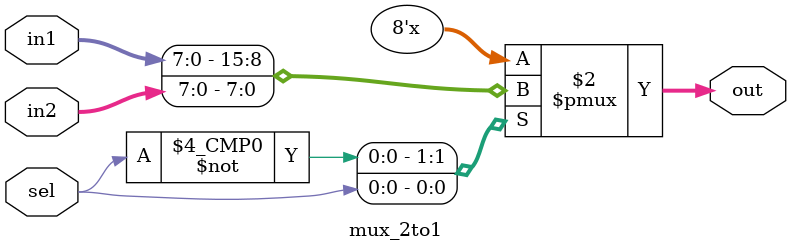
<source format=v>
module mux_2to1(
	input      [7:0] in1, 
	input      [7:0] in2,
	input            sel,
	output reg [7:0] out
);	
	always @(in1 or in2 or sel) begin
		case(sel)
			1'b0 : out <= in1;
			1'b1 : out <= in2;
		endcase
	end
endmodule


       
        
</source>
